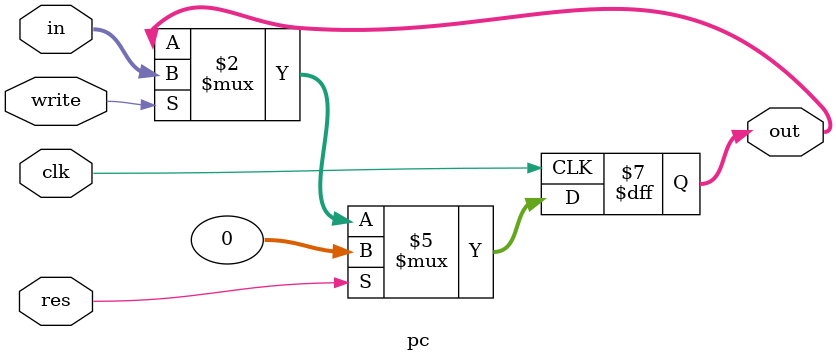
<source format=v>
`timescale 1ns / 1ps


module pc(clk, res, write, in, out);
    input clk, res, write;
    input [31:0] in;
    output reg [31:0] out;
    always @(posedge clk)
    begin
        if (res)
            out <= 0;
        else
            if (write)
                out <= in;
    end
endmodule

</source>
